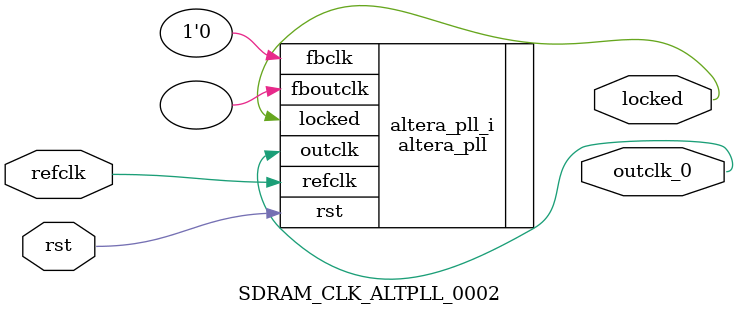
<source format=v>
`timescale 1ns/10ps
module  SDRAM_CLK_ALTPLL_0002(

	// interface 'refclk'
	input wire refclk,

	// interface 'reset'
	input wire rst,

	// interface 'outclk0'
	output wire outclk_0,

	// interface 'locked'
	output wire locked
);

	altera_pll #(
		.fractional_vco_multiplier("false"),
		.reference_clock_frequency("50.0 MHz"),
		.operation_mode("normal"),
		.number_of_clocks(1),
		.output_clock_frequency0("50.000000 MHz"),
		.phase_shift0("-3000 ps"),
		.duty_cycle0(50),
		.output_clock_frequency1("0 MHz"),
		.phase_shift1("0 ps"),
		.duty_cycle1(50),
		.output_clock_frequency2("0 MHz"),
		.phase_shift2("0 ps"),
		.duty_cycle2(50),
		.output_clock_frequency3("0 MHz"),
		.phase_shift3("0 ps"),
		.duty_cycle3(50),
		.output_clock_frequency4("0 MHz"),
		.phase_shift4("0 ps"),
		.duty_cycle4(50),
		.output_clock_frequency5("0 MHz"),
		.phase_shift5("0 ps"),
		.duty_cycle5(50),
		.output_clock_frequency6("0 MHz"),
		.phase_shift6("0 ps"),
		.duty_cycle6(50),
		.output_clock_frequency7("0 MHz"),
		.phase_shift7("0 ps"),
		.duty_cycle7(50),
		.output_clock_frequency8("0 MHz"),
		.phase_shift8("0 ps"),
		.duty_cycle8(50),
		.output_clock_frequency9("0 MHz"),
		.phase_shift9("0 ps"),
		.duty_cycle9(50),
		.output_clock_frequency10("0 MHz"),
		.phase_shift10("0 ps"),
		.duty_cycle10(50),
		.output_clock_frequency11("0 MHz"),
		.phase_shift11("0 ps"),
		.duty_cycle11(50),
		.output_clock_frequency12("0 MHz"),
		.phase_shift12("0 ps"),
		.duty_cycle12(50),
		.output_clock_frequency13("0 MHz"),
		.phase_shift13("0 ps"),
		.duty_cycle13(50),
		.output_clock_frequency14("0 MHz"),
		.phase_shift14("0 ps"),
		.duty_cycle14(50),
		.output_clock_frequency15("0 MHz"),
		.phase_shift15("0 ps"),
		.duty_cycle15(50),
		.output_clock_frequency16("0 MHz"),
		.phase_shift16("0 ps"),
		.duty_cycle16(50),
		.output_clock_frequency17("0 MHz"),
		.phase_shift17("0 ps"),
		.duty_cycle17(50),
		.pll_type("General"),
		.pll_subtype("General")
	) altera_pll_i (
		.rst	(rst),
		.outclk	({outclk_0}),
		.locked	(locked),
		.fboutclk	( ),
		.fbclk	(1'b0),
		.refclk	(refclk)
	);
endmodule


</source>
